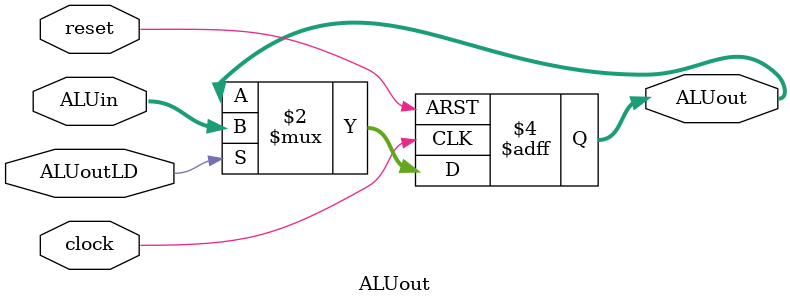
<source format=v>
module ALUout(
    input wire [7:0] ALUin,
    input wire ALUoutLD,
    input wire clock,
    input wire reset,
    output reg [7:0] ALUout
);
    always @(posedge clock or posedge reset)
     begin
        if (reset)
            ALUout <= 8'b0;
        else if (ALUoutLD)
            ALUout <= ALUin;
    end
endmodule 
</source>
